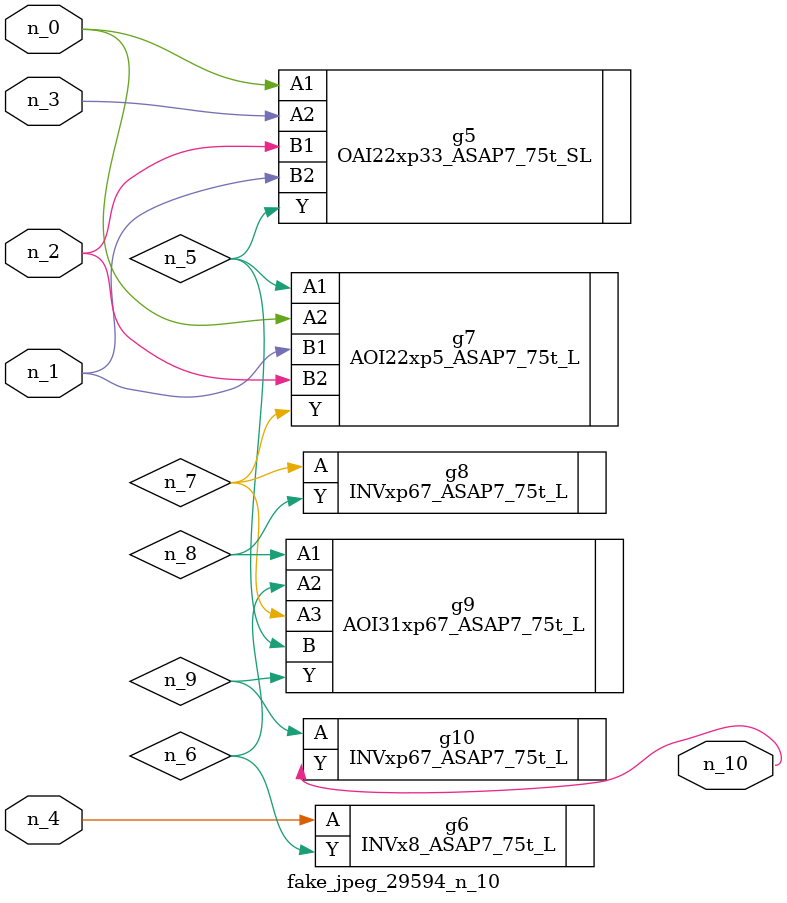
<source format=v>
module fake_jpeg_29594_n_10 (n_3, n_2, n_1, n_0, n_4, n_10);

input n_3;
input n_2;
input n_1;
input n_0;
input n_4;

output n_10;

wire n_8;
wire n_9;
wire n_6;
wire n_5;
wire n_7;

OAI22xp33_ASAP7_75t_SL g5 ( 
.A1(n_0),
.A2(n_3),
.B1(n_2),
.B2(n_1),
.Y(n_5)
);

INVx8_ASAP7_75t_L g6 ( 
.A(n_4),
.Y(n_6)
);

AOI22xp5_ASAP7_75t_L g7 ( 
.A1(n_5),
.A2(n_0),
.B1(n_1),
.B2(n_2),
.Y(n_7)
);

INVxp67_ASAP7_75t_L g8 ( 
.A(n_7),
.Y(n_8)
);

AOI31xp67_ASAP7_75t_L g9 ( 
.A1(n_8),
.A2(n_6),
.A3(n_7),
.B(n_5),
.Y(n_9)
);

INVxp67_ASAP7_75t_L g10 ( 
.A(n_9),
.Y(n_10)
);


endmodule
</source>
